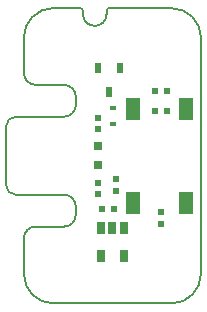
<source format=gtp>
G04*
G04 #@! TF.GenerationSoftware,Altium Limited,Altium Designer,22.4.2 (48)*
G04*
G04 Layer_Color=8421504*
%FSAX26Y26*%
%MOIN*%
G70*
G04*
G04 #@! TF.SameCoordinates,7339E0FC-21CB-4CED-BD79-60AD5129B2FD*
G04*
G04*
G04 #@! TF.FilePolarity,Positive*
G04*
G01*
G75*
%ADD12C,0.007874*%
%ADD17R,0.023622X0.035433*%
%ADD18R,0.023622X0.015748*%
%ADD19R,0.019685X0.021654*%
%ADD20R,0.022835X0.018898*%
%ADD21R,0.019685X0.021654*%
%ADD22R,0.021654X0.019685*%
%ADD23R,0.021654X0.019685*%
%ADD24R,0.027559X0.039370*%
%ADD25R,0.027559X0.027559*%
%ADD26R,0.051181X0.074803*%
D12*
X-00295276Y-00393701D02*
G03*
X-00196850Y-00492126I00098425J00000000D01*
G01*
X-00196850Y-00492126D02*
X00196850Y-00492126D01*
X00196850Y-00492126D02*
G03*
X00295276Y-00393701I00000000J00098425D01*
G01*
X00295293Y-00393700D02*
X00295293Y00393701D01*
X00295276Y00393701D02*
G03*
X00196850Y00492126I-00098425J00000000D01*
G01*
X-00009843Y00492126D01*
X-00009843Y00492126D02*
G03*
X-00019685Y00482284I00000000J-00009842D01*
G01*
X-00019685Y00472442D01*
X-00098425Y00472441D02*
G03*
X-00019685Y00472441I00039370J00000000D01*
G01*
X-00098425Y00472442D02*
X-00098425Y00482284D01*
X-00098425Y00482284D02*
G03*
X-00108268Y00492126I-00009842J00000000D01*
G01*
X-00196850Y00492127D01*
X-00196850Y00492126D02*
G03*
X-00295276Y00393701I00000000J-00098425D01*
G01*
X-00295276Y00393701D02*
X-00295276Y00274409D01*
X-00295276Y00275591D02*
G03*
X-00255906Y00236220I00039370J00000000D01*
G01*
X-00255906Y00236220D02*
X-00161417Y00236220D01*
X-00122047Y00196850D02*
G03*
X-00161417Y00236220I-00039370J00000000D01*
G01*
X-00122047Y00196850D02*
X-00122030Y00169291D01*
X-00161329Y00129921D02*
G03*
X-00121959Y00169291I00000000J00039370D01*
G01*
X-00161417Y00129921D02*
X-00322835Y00129921D01*
X-00322835Y00129921D02*
G03*
X-00354331Y00098425I00000000J-00031496D01*
G01*
X-00354332Y00098425D02*
X-00354332Y-00098425D01*
X-00354331Y-00098425D02*
G03*
X-00322835Y-00129921I00031496J00000000D01*
G01*
X-00322852Y-00129921D02*
X-00161417Y-00129921D01*
X-00122030Y-00169291D02*
G03*
X-00161400Y-00129921I-00039370J00000000D01*
G01*
X-00122030Y-00169291D02*
X-00122047Y-00196850D01*
X-00161417Y-00236220D02*
G03*
X-00122047Y-00196850I00000000J00039370D01*
G01*
X-00161417Y-00236220D02*
X-00255906Y-00236220D01*
X-00255906Y-00236220D02*
G03*
X-00295276Y-00275591I00000000J-00039370D01*
G01*
X-00295276Y-00274409D02*
X-00295276Y-00393701D01*
D17*
X-00011811Y00212598D02*
D03*
X-00049213Y00291339D02*
D03*
X00025590Y00291339D02*
D03*
D18*
X00001181Y00105315D02*
D03*
X00001181Y00160433D02*
D03*
D19*
X00141767Y00217352D02*
D03*
X00181137Y00217352D02*
D03*
D20*
X-00047244Y-00125984D02*
D03*
X-00047244Y-00090551D02*
D03*
X-00047244Y00090551D02*
D03*
X-00047244Y00125984D02*
D03*
D21*
X-00035433Y-00177165D02*
D03*
X00003937Y-00177165D02*
D03*
X00181137Y00150423D02*
D03*
X00141767Y00150423D02*
D03*
D22*
X00011845Y-00118110D02*
D03*
X00011845Y-00078740D02*
D03*
D23*
X00163368Y-00226378D02*
D03*
X00163368Y-00187008D02*
D03*
D24*
X-00037401Y-00334646D02*
D03*
X00037402Y-00334646D02*
D03*
X00037402Y-00240157D02*
D03*
X00000000Y-00240157D02*
D03*
X-00037401Y-00240157D02*
D03*
D25*
X-00047244Y-00032480D02*
D03*
X-00047244Y00032480D02*
D03*
D26*
X00068897Y-00156496D02*
D03*
X00246063Y-00156496D02*
D03*
X00246063Y00156496D02*
D03*
X00068897Y00156496D02*
D03*
M02*

</source>
